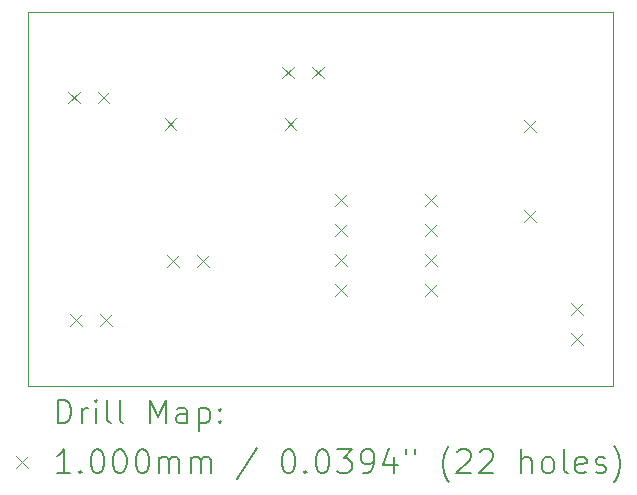
<source format=gbr>
%TF.GenerationSoftware,KiCad,Pcbnew,(6.0.7)*%
%TF.CreationDate,2023-04-27T19:06:34-04:00*%
%TF.ProjectId,sMeter Daughter Board v1,734d6574-6572-4204-9461-756768746572,rev?*%
%TF.SameCoordinates,Original*%
%TF.FileFunction,Drillmap*%
%TF.FilePolarity,Positive*%
%FSLAX45Y45*%
G04 Gerber Fmt 4.5, Leading zero omitted, Abs format (unit mm)*
G04 Created by KiCad (PCBNEW (6.0.7)) date 2023-04-27 19:06:34*
%MOMM*%
%LPD*%
G01*
G04 APERTURE LIST*
%ADD10C,0.100000*%
%ADD11C,0.200000*%
G04 APERTURE END LIST*
D10*
X6572000Y-9239600D02*
X11526500Y-9239600D01*
X11526500Y-9239600D02*
X11526500Y-12409000D01*
X11526500Y-12409000D02*
X6572000Y-12409000D01*
X6572000Y-12409000D02*
X6572000Y-9239600D01*
D11*
D10*
X6910265Y-9915000D02*
X7010265Y-10015000D01*
X7010265Y-9915000D02*
X6910265Y-10015000D01*
X6929735Y-11798000D02*
X7029735Y-11898000D01*
X7029735Y-11798000D02*
X6929735Y-11898000D01*
X7160265Y-9915000D02*
X7260265Y-10015000D01*
X7260265Y-9915000D02*
X7160265Y-10015000D01*
X7179735Y-11798000D02*
X7279735Y-11898000D01*
X7279735Y-11798000D02*
X7179735Y-11898000D01*
X7727000Y-10137000D02*
X7827000Y-10237000D01*
X7827000Y-10137000D02*
X7727000Y-10237000D01*
X7747300Y-11297250D02*
X7847300Y-11397250D01*
X7847300Y-11297250D02*
X7747300Y-11397250D01*
X8001300Y-11297250D02*
X8101300Y-11397250D01*
X8101300Y-11297250D02*
X8001300Y-11397250D01*
X8724000Y-9703000D02*
X8824000Y-9803000D01*
X8824000Y-9703000D02*
X8724000Y-9803000D01*
X8743000Y-10137000D02*
X8843000Y-10237000D01*
X8843000Y-10137000D02*
X8743000Y-10237000D01*
X8978000Y-9703000D02*
X9078000Y-9803000D01*
X9078000Y-9703000D02*
X8978000Y-9803000D01*
X9171200Y-10783900D02*
X9271200Y-10883900D01*
X9271200Y-10783900D02*
X9171200Y-10883900D01*
X9171200Y-11037900D02*
X9271200Y-11137900D01*
X9271200Y-11037900D02*
X9171200Y-11137900D01*
X9171200Y-11291900D02*
X9271200Y-11391900D01*
X9271200Y-11291900D02*
X9171200Y-11391900D01*
X9171200Y-11545900D02*
X9271200Y-11645900D01*
X9271200Y-11545900D02*
X9171200Y-11645900D01*
X9933200Y-10783900D02*
X10033200Y-10883900D01*
X10033200Y-10783900D02*
X9933200Y-10883900D01*
X9933200Y-11037900D02*
X10033200Y-11137900D01*
X10033200Y-11037900D02*
X9933200Y-11137900D01*
X9933200Y-11291900D02*
X10033200Y-11391900D01*
X10033200Y-11291900D02*
X9933200Y-11391900D01*
X9933200Y-11545900D02*
X10033200Y-11645900D01*
X10033200Y-11545900D02*
X9933200Y-11645900D01*
X10772000Y-10157000D02*
X10872000Y-10257000D01*
X10872000Y-10157000D02*
X10772000Y-10257000D01*
X10772000Y-10919000D02*
X10872000Y-11019000D01*
X10872000Y-10919000D02*
X10772000Y-11019000D01*
X11172000Y-11703500D02*
X11272000Y-11803500D01*
X11272000Y-11703500D02*
X11172000Y-11803500D01*
X11172000Y-11957500D02*
X11272000Y-12057500D01*
X11272000Y-11957500D02*
X11172000Y-12057500D01*
D11*
X6824619Y-12724476D02*
X6824619Y-12524476D01*
X6872238Y-12524476D01*
X6900809Y-12534000D01*
X6919857Y-12553048D01*
X6929381Y-12572095D01*
X6938905Y-12610190D01*
X6938905Y-12638762D01*
X6929381Y-12676857D01*
X6919857Y-12695905D01*
X6900809Y-12714952D01*
X6872238Y-12724476D01*
X6824619Y-12724476D01*
X7024619Y-12724476D02*
X7024619Y-12591143D01*
X7024619Y-12629238D02*
X7034143Y-12610190D01*
X7043667Y-12600667D01*
X7062714Y-12591143D01*
X7081762Y-12591143D01*
X7148428Y-12724476D02*
X7148428Y-12591143D01*
X7148428Y-12524476D02*
X7138905Y-12534000D01*
X7148428Y-12543524D01*
X7157952Y-12534000D01*
X7148428Y-12524476D01*
X7148428Y-12543524D01*
X7272238Y-12724476D02*
X7253190Y-12714952D01*
X7243667Y-12695905D01*
X7243667Y-12524476D01*
X7377000Y-12724476D02*
X7357952Y-12714952D01*
X7348428Y-12695905D01*
X7348428Y-12524476D01*
X7605571Y-12724476D02*
X7605571Y-12524476D01*
X7672238Y-12667333D01*
X7738905Y-12524476D01*
X7738905Y-12724476D01*
X7919857Y-12724476D02*
X7919857Y-12619714D01*
X7910333Y-12600667D01*
X7891286Y-12591143D01*
X7853190Y-12591143D01*
X7834143Y-12600667D01*
X7919857Y-12714952D02*
X7900809Y-12724476D01*
X7853190Y-12724476D01*
X7834143Y-12714952D01*
X7824619Y-12695905D01*
X7824619Y-12676857D01*
X7834143Y-12657809D01*
X7853190Y-12648286D01*
X7900809Y-12648286D01*
X7919857Y-12638762D01*
X8015095Y-12591143D02*
X8015095Y-12791143D01*
X8015095Y-12600667D02*
X8034143Y-12591143D01*
X8072238Y-12591143D01*
X8091286Y-12600667D01*
X8100809Y-12610190D01*
X8110333Y-12629238D01*
X8110333Y-12686381D01*
X8100809Y-12705428D01*
X8091286Y-12714952D01*
X8072238Y-12724476D01*
X8034143Y-12724476D01*
X8015095Y-12714952D01*
X8196048Y-12705428D02*
X8205571Y-12714952D01*
X8196048Y-12724476D01*
X8186524Y-12714952D01*
X8196048Y-12705428D01*
X8196048Y-12724476D01*
X8196048Y-12600667D02*
X8205571Y-12610190D01*
X8196048Y-12619714D01*
X8186524Y-12610190D01*
X8196048Y-12600667D01*
X8196048Y-12619714D01*
D10*
X6467000Y-13004000D02*
X6567000Y-13104000D01*
X6567000Y-13004000D02*
X6467000Y-13104000D01*
D11*
X6929381Y-13144476D02*
X6815095Y-13144476D01*
X6872238Y-13144476D02*
X6872238Y-12944476D01*
X6853190Y-12973048D01*
X6834143Y-12992095D01*
X6815095Y-13001619D01*
X7015095Y-13125428D02*
X7024619Y-13134952D01*
X7015095Y-13144476D01*
X7005571Y-13134952D01*
X7015095Y-13125428D01*
X7015095Y-13144476D01*
X7148428Y-12944476D02*
X7167476Y-12944476D01*
X7186524Y-12954000D01*
X7196048Y-12963524D01*
X7205571Y-12982571D01*
X7215095Y-13020667D01*
X7215095Y-13068286D01*
X7205571Y-13106381D01*
X7196048Y-13125428D01*
X7186524Y-13134952D01*
X7167476Y-13144476D01*
X7148428Y-13144476D01*
X7129381Y-13134952D01*
X7119857Y-13125428D01*
X7110333Y-13106381D01*
X7100809Y-13068286D01*
X7100809Y-13020667D01*
X7110333Y-12982571D01*
X7119857Y-12963524D01*
X7129381Y-12954000D01*
X7148428Y-12944476D01*
X7338905Y-12944476D02*
X7357952Y-12944476D01*
X7377000Y-12954000D01*
X7386524Y-12963524D01*
X7396048Y-12982571D01*
X7405571Y-13020667D01*
X7405571Y-13068286D01*
X7396048Y-13106381D01*
X7386524Y-13125428D01*
X7377000Y-13134952D01*
X7357952Y-13144476D01*
X7338905Y-13144476D01*
X7319857Y-13134952D01*
X7310333Y-13125428D01*
X7300809Y-13106381D01*
X7291286Y-13068286D01*
X7291286Y-13020667D01*
X7300809Y-12982571D01*
X7310333Y-12963524D01*
X7319857Y-12954000D01*
X7338905Y-12944476D01*
X7529381Y-12944476D02*
X7548428Y-12944476D01*
X7567476Y-12954000D01*
X7577000Y-12963524D01*
X7586524Y-12982571D01*
X7596048Y-13020667D01*
X7596048Y-13068286D01*
X7586524Y-13106381D01*
X7577000Y-13125428D01*
X7567476Y-13134952D01*
X7548428Y-13144476D01*
X7529381Y-13144476D01*
X7510333Y-13134952D01*
X7500809Y-13125428D01*
X7491286Y-13106381D01*
X7481762Y-13068286D01*
X7481762Y-13020667D01*
X7491286Y-12982571D01*
X7500809Y-12963524D01*
X7510333Y-12954000D01*
X7529381Y-12944476D01*
X7681762Y-13144476D02*
X7681762Y-13011143D01*
X7681762Y-13030190D02*
X7691286Y-13020667D01*
X7710333Y-13011143D01*
X7738905Y-13011143D01*
X7757952Y-13020667D01*
X7767476Y-13039714D01*
X7767476Y-13144476D01*
X7767476Y-13039714D02*
X7777000Y-13020667D01*
X7796048Y-13011143D01*
X7824619Y-13011143D01*
X7843667Y-13020667D01*
X7853190Y-13039714D01*
X7853190Y-13144476D01*
X7948428Y-13144476D02*
X7948428Y-13011143D01*
X7948428Y-13030190D02*
X7957952Y-13020667D01*
X7977000Y-13011143D01*
X8005571Y-13011143D01*
X8024619Y-13020667D01*
X8034143Y-13039714D01*
X8034143Y-13144476D01*
X8034143Y-13039714D02*
X8043667Y-13020667D01*
X8062714Y-13011143D01*
X8091286Y-13011143D01*
X8110333Y-13020667D01*
X8119857Y-13039714D01*
X8119857Y-13144476D01*
X8510333Y-12934952D02*
X8338905Y-13192095D01*
X8767476Y-12944476D02*
X8786524Y-12944476D01*
X8805571Y-12954000D01*
X8815095Y-12963524D01*
X8824619Y-12982571D01*
X8834143Y-13020667D01*
X8834143Y-13068286D01*
X8824619Y-13106381D01*
X8815095Y-13125428D01*
X8805571Y-13134952D01*
X8786524Y-13144476D01*
X8767476Y-13144476D01*
X8748429Y-13134952D01*
X8738905Y-13125428D01*
X8729381Y-13106381D01*
X8719857Y-13068286D01*
X8719857Y-13020667D01*
X8729381Y-12982571D01*
X8738905Y-12963524D01*
X8748429Y-12954000D01*
X8767476Y-12944476D01*
X8919857Y-13125428D02*
X8929381Y-13134952D01*
X8919857Y-13144476D01*
X8910333Y-13134952D01*
X8919857Y-13125428D01*
X8919857Y-13144476D01*
X9053190Y-12944476D02*
X9072238Y-12944476D01*
X9091286Y-12954000D01*
X9100810Y-12963524D01*
X9110333Y-12982571D01*
X9119857Y-13020667D01*
X9119857Y-13068286D01*
X9110333Y-13106381D01*
X9100810Y-13125428D01*
X9091286Y-13134952D01*
X9072238Y-13144476D01*
X9053190Y-13144476D01*
X9034143Y-13134952D01*
X9024619Y-13125428D01*
X9015095Y-13106381D01*
X9005571Y-13068286D01*
X9005571Y-13020667D01*
X9015095Y-12982571D01*
X9024619Y-12963524D01*
X9034143Y-12954000D01*
X9053190Y-12944476D01*
X9186524Y-12944476D02*
X9310333Y-12944476D01*
X9243667Y-13020667D01*
X9272238Y-13020667D01*
X9291286Y-13030190D01*
X9300810Y-13039714D01*
X9310333Y-13058762D01*
X9310333Y-13106381D01*
X9300810Y-13125428D01*
X9291286Y-13134952D01*
X9272238Y-13144476D01*
X9215095Y-13144476D01*
X9196048Y-13134952D01*
X9186524Y-13125428D01*
X9405571Y-13144476D02*
X9443667Y-13144476D01*
X9462714Y-13134952D01*
X9472238Y-13125428D01*
X9491286Y-13096857D01*
X9500810Y-13058762D01*
X9500810Y-12982571D01*
X9491286Y-12963524D01*
X9481762Y-12954000D01*
X9462714Y-12944476D01*
X9424619Y-12944476D01*
X9405571Y-12954000D01*
X9396048Y-12963524D01*
X9386524Y-12982571D01*
X9386524Y-13030190D01*
X9396048Y-13049238D01*
X9405571Y-13058762D01*
X9424619Y-13068286D01*
X9462714Y-13068286D01*
X9481762Y-13058762D01*
X9491286Y-13049238D01*
X9500810Y-13030190D01*
X9672238Y-13011143D02*
X9672238Y-13144476D01*
X9624619Y-12934952D02*
X9577000Y-13077809D01*
X9700810Y-13077809D01*
X9767476Y-12944476D02*
X9767476Y-12982571D01*
X9843667Y-12944476D02*
X9843667Y-12982571D01*
X10138905Y-13220667D02*
X10129381Y-13211143D01*
X10110333Y-13182571D01*
X10100810Y-13163524D01*
X10091286Y-13134952D01*
X10081762Y-13087333D01*
X10081762Y-13049238D01*
X10091286Y-13001619D01*
X10100810Y-12973048D01*
X10110333Y-12954000D01*
X10129381Y-12925428D01*
X10138905Y-12915905D01*
X10205571Y-12963524D02*
X10215095Y-12954000D01*
X10234143Y-12944476D01*
X10281762Y-12944476D01*
X10300810Y-12954000D01*
X10310333Y-12963524D01*
X10319857Y-12982571D01*
X10319857Y-13001619D01*
X10310333Y-13030190D01*
X10196048Y-13144476D01*
X10319857Y-13144476D01*
X10396048Y-12963524D02*
X10405571Y-12954000D01*
X10424619Y-12944476D01*
X10472238Y-12944476D01*
X10491286Y-12954000D01*
X10500810Y-12963524D01*
X10510333Y-12982571D01*
X10510333Y-13001619D01*
X10500810Y-13030190D01*
X10386524Y-13144476D01*
X10510333Y-13144476D01*
X10748429Y-13144476D02*
X10748429Y-12944476D01*
X10834143Y-13144476D02*
X10834143Y-13039714D01*
X10824619Y-13020667D01*
X10805571Y-13011143D01*
X10777000Y-13011143D01*
X10757952Y-13020667D01*
X10748429Y-13030190D01*
X10957952Y-13144476D02*
X10938905Y-13134952D01*
X10929381Y-13125428D01*
X10919857Y-13106381D01*
X10919857Y-13049238D01*
X10929381Y-13030190D01*
X10938905Y-13020667D01*
X10957952Y-13011143D01*
X10986524Y-13011143D01*
X11005571Y-13020667D01*
X11015095Y-13030190D01*
X11024619Y-13049238D01*
X11024619Y-13106381D01*
X11015095Y-13125428D01*
X11005571Y-13134952D01*
X10986524Y-13144476D01*
X10957952Y-13144476D01*
X11138905Y-13144476D02*
X11119857Y-13134952D01*
X11110333Y-13115905D01*
X11110333Y-12944476D01*
X11291286Y-13134952D02*
X11272238Y-13144476D01*
X11234143Y-13144476D01*
X11215095Y-13134952D01*
X11205571Y-13115905D01*
X11205571Y-13039714D01*
X11215095Y-13020667D01*
X11234143Y-13011143D01*
X11272238Y-13011143D01*
X11291286Y-13020667D01*
X11300809Y-13039714D01*
X11300809Y-13058762D01*
X11205571Y-13077809D01*
X11377000Y-13134952D02*
X11396048Y-13144476D01*
X11434143Y-13144476D01*
X11453190Y-13134952D01*
X11462714Y-13115905D01*
X11462714Y-13106381D01*
X11453190Y-13087333D01*
X11434143Y-13077809D01*
X11405571Y-13077809D01*
X11386524Y-13068286D01*
X11377000Y-13049238D01*
X11377000Y-13039714D01*
X11386524Y-13020667D01*
X11405571Y-13011143D01*
X11434143Y-13011143D01*
X11453190Y-13020667D01*
X11529381Y-13220667D02*
X11538905Y-13211143D01*
X11557952Y-13182571D01*
X11567476Y-13163524D01*
X11577000Y-13134952D01*
X11586524Y-13087333D01*
X11586524Y-13049238D01*
X11577000Y-13001619D01*
X11567476Y-12973048D01*
X11557952Y-12954000D01*
X11538905Y-12925428D01*
X11529381Y-12915905D01*
M02*

</source>
